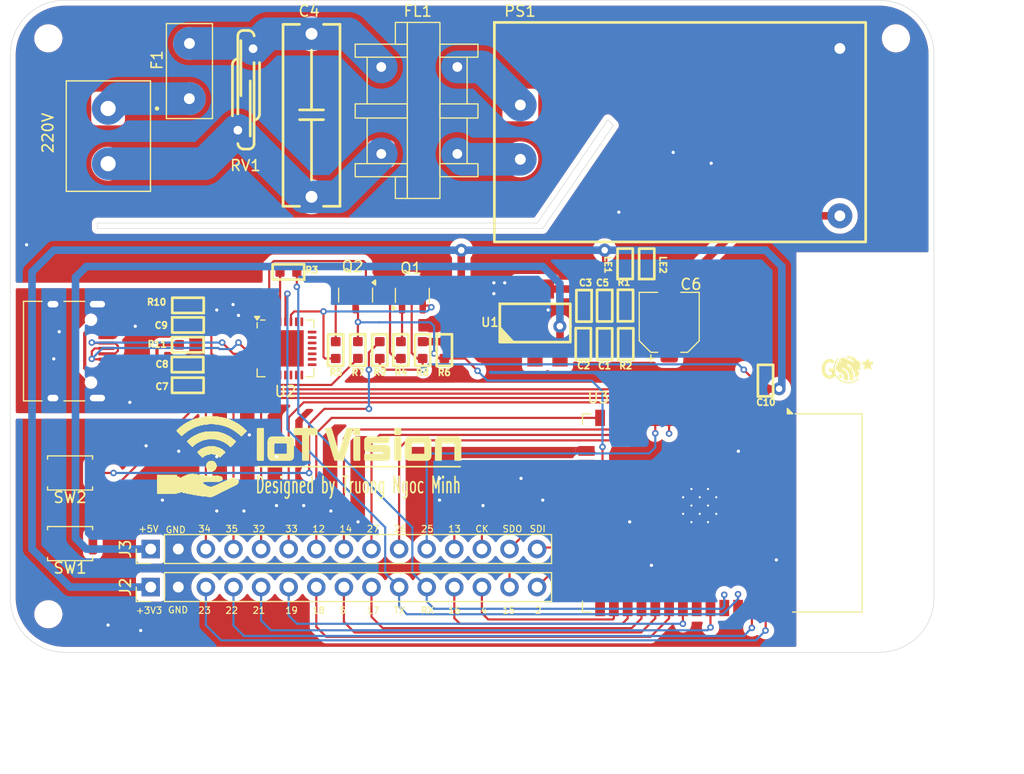
<source format=kicad_pcb>
(kicad_pcb (version 20240108) (generator "pcbnew") (generator_version "8.0")
  (title_block (title "Khối Mạch ESP32") (date "2025-02-28") (rev "...") (company "Trương Ngọc Minh") (comment 1 "MSSV: 22161286") (comment 2 "Ngành Công Nghệ Kĩ Thuật Điện Tử Viễn Thông"))
  (layers (0 "F.Cu" signal) (31 "B.Cu" signal) (34 "B.Paste" user) (35 "F.Paste" user) (36 "B.SilkS" user "B.Silkscreen") (37 "F.SilkS" user "F.Silkscreen") (38 "B.Mask" user) (39 "F.Mask" user) (44 "Edge.Cuts" user))
  (net 0 "")
  (net 1 "+5V")
  (net 2 "GND")
  (net 3 "+3V3")
  (net 4 "Net-(IN1-Pin_2)")
  (net 5 "VDDUSB")
  (net 6 "Net-(U2-VDD)")
  (net 7 "GNDUSB")
  (net 8 "Net-(IN1-Pin_1)")
  (net 9 "Net-(PS1-AC{slash}L)")
  (net 10 "Net-(PS1-AC{slash}N)")
  (net 11 "/D_N")
  (net 12 "/D_P")
  (net 13 "/IO23")
  (net 14 "/IO34")
  (net 15 "/IO12")
  (net 16 "/IO13")
  (net 17 "/IO21")
  (net 18 "/IO26")
  (net 19 "/IO35")
  (net 20 "/IO25")
  (net 21 "/IO27")
  (net 22 "/IO14")
  (net 23 "/IO33")
  (net 24 "/IO22")
  (net 25 "/IO32")
  (net 26 "/SDO")
  (net 27 "/IO18")
  (net 28 "/SDI")
  (net 29 "/CLK")
  (net 30 "/IO2")
  (net 31 "/IO15")
  (net 32 "/IO5")
  (net 33 "/IO4")
  (net 34 "/RX")
  (net 35 "/IO17")
  (net 36 "/IO16")
  (net 37 "/TX")
  (net 38 "/IO19")
  (net 39 "Net-(LE1-Pad1)")
  (net 40 "Net-(LE2-Pad1)")
  (net 41 "/RTS")
  (net 42 "/EN")
  (net 43 "Net-(Q1-B)")
  (net 44 "/IO0")
  (net 45 "/DTR")
  (net 46 "Net-(Q2-B)")
  (net 47 "Net-(U2-TXD)")
  (net 48 "Net-(R7-Pad1)")
  (net 49 "Net-(R9-Pad1)")
  (net 57 "/CTS")
  (net 60 "/RI")
  (net 62 "/DCD")
  (net 63 "/ACTIVE")
  (net 67 "/DSR")
  (net 68 "/SVN")
  (net 70 "/SD2")
  (net 71 "/CMD")
  (net 72 "/SD3")
  (net 73 "/SVP")
  (net 74 "Net-(C4-Pad1)")
  (net 75 "Net-(J4-CC2)")
  (net 76 "Net-(J4-CC1)")
  (footprint "Package_DFN_QFN:QFN-28-1EP_5x5mm_P0.5mm_EP3.35x3.35mm" (layer "F.Cu") (at 115.325805 87.035954)
    (property "Reference" "U2")
    (property "Value" "CP2102N-Axx-xQFN28" (hide yes))
  )
  (footprint "IVS_FOOTPRINTS:Varistor-RV-Disc-D12mm-W3.9mm-P7.5mm" (layer "F.Cu") (at 110.940323 66.95829 90)
    (property "Reference" "RV1")
    (property "Value" "Varistor")
  )
  (footprint "Connector_PinHeader_2.54mm:PinHeader_1x15_P2.54mm_Vertical" (layer "F.Cu") (at 102.92 105.5 90)
    (property "Reference" "J3")
    (property "Value" "Conn_01x15")
  )
  (footprint "Connector_PinHeader_2.54mm:PinHeader_1x15_P2.54mm_Vertical" (layer "F.Cu") (at 102.92 109 90)
    (property "Reference" "J2")
    (property "Value" "Conn_01x15")
  )
  (footprint "IVS_FOOTPRINTS:C_0603" (layer "F.Cu") (at 106.349486 84.882542)
    (property "Reference" "C9")
    (property "Value" "100nF")
  )
  (footprint "IVS_FOOTPRINTS:R_0603" (layer "F.Cu") (at 129.945805 87.190954 90)
    (property "Reference" "R6")
    (property "Value" "12k")
  )
  (footprint "Fuse:Fuse_Littelfuse_395Series" (layer "F.Cu") (at 106.48606 58.975193 -90)
    (property "Reference" "F1")
    (property "Value" "Polyfuse")
  )
  (footprint "IVS_FOOTPRINTS:PowerSuppy-ACDC-HLK_P01" (layer "F.Cu") (at 136.937323 64.637323)
    (property "Reference" "PS1")
    (property "Value" "HLK-PM01")
  )
  (footprint "IVS_FOOTPRINTS:C-Polyester-Rect-L16.5mm-W5.0mm-P15.00mm-MKT" (layer "F.Cu") (at 117.719915 58.087022 -90)
    (property "Reference" "C4")
    (property "Value" "1uF")
  )
  (footprint "IVS_FOOTPRINTS:R_0603" (layer "F.Cu") (at 115.592935 80 180)
    (property "Reference" "R3")
    (property "Value" "470")
  )
  (footprint "IVS_FOOTPRINTS:R_0603" (layer "F.Cu") (at 146.637323 86.637323 90)
    (property "Reference" "R2")
    (property "Value" "220")
  )
  (footprint "IVS_FOOTPRINTS:R_0603" (layer "F.Cu") (at 106.351473 83.073533 180)
    (property "Reference" "R10")
    (property "Value" "5k1")
  )
  (footprint "Button_Switch_SMD:SW_Push_SPST_NO_Alps_SKRK" (layer "F.Cu") (at 95.5 105 180)
    (property "Reference" "SW1")
    (property "Value" "SW_Push")
  )
  (footprint "Package_TO_SOT_SMD:SOT-23" (layer "F.Cu") (at 127 82.156846 90)
    (property "Reference" "Q1")
    (property "Value" "SS8050")
  )
  (footprint "IVS_FOOTPRINTS:SOT233" (layer "F.Cu") (at 138.137323 84.637323)
    (property "Reference" "U1")
    (property "Value" "AMS1117")
  )
  (footprint "IVS_FOOTPRINTS:R_0603" (layer "F.Cu") (at 127.945805 87.190954 90)
    (property "Reference" "R8")
    (property "Value" "12k")
  )
  (footprint "Package_TO_SOT_SMD:SOT-23" (layer "F.Cu") (at 121.775805 82.137323 -90)
    (property "Reference" "Q2")
    (property "Value" "S8050")
  )
  (footprint "IVS_FOOTPRINTS:ACFilterChoke-UU9.8" (layer "F.Cu") (at 127.537323 65.187323 90)
    (property "Reference" "FL1" (hide yes))
    (property "Value" "Filter_EMI_LL")
  )
  (footprint "IVS_FOOTPRINTS:LoGo_IoTVision3" (layer "F.Cu") (at 117.5 97)
    (property "Reference" "REF**" (hide yes))
    (property "Value" "LOGO" (hide yes))
  )
  (footprint "IVS_FOOTPRINTS:R_0603" (layer "F.Cu") (at 106.332659 86.70467 180)
    (property "Reference" "R11")
    (property "Value" "5k1")
  )
  (footprint "IVS_FOOTPRINTS:L_0603" (layer "F.Cu") (at 146.582392 79.250612 90)
    (property "Reference" "LE1")
    (property "Value" "Led")
  )
  (footprint "IVS_FOOTPRINTS:USB_C_Receptacle_XKB_U262-16XN-4BVC11" (layer "F.Cu") (at 94.998838 87.288033 -90)
    (property "Reference" "J4" (hide yes))
    (property "Value" "USB_C_Receptacle" (hide yes))
  )
  (footprint "IVS_FOOTPRINTS:LoGo_IDF_2.5x2.5mm" (layer "F.Cu") (at 167 89)
    (property "Reference" "G***")
    (property "Value" "LOGO" (hide yes))
  )
  (footprint "MountingHole:MountingHole_2.1mm" (layer "F.Cu") (at 93.5 111.5)
    (property "Reference" "REF**" (hide yes))
    (property "Value" "MountingHole_2.1mm" (hide yes))
  )
  (footprint "RF_Module:ESP32-WROOM-32" (layer "F.Cu") (at 152.534449 102.18 -90)
    (property "Reference" "U3")
    (property "Value" "ESP32-WROOM-32")
  )
  (footprint "IVS_FOOTPRINTS:C_0603" (layer "F.Cu") (at 142.730872 86.62641 90)
    (property "Reference" "C2")
    (property "Value" "100nF")
  )
  (footprint "IVS_FOOTPRINTS:C_0603" (layer "F.Cu") (at 159.5 90 90)
    (property "Reference" "C10")
    (property "Value" "100uF")
  )
  (footprint "IVS_FOOTPRINTS:C_0603" (layer "F.Cu") (at 142.795855 83.120647 -90)
    (property "Reference" "C3")
    (property "Value" "1uF")
  )
  (footprint "IVS_FOOTPRINTS:C_0603" (layer "F.Cu") (at 106.313844 88.529645 180)
    (property "Reference" "C8")
    (property "Value" "100nF")
  )
  (footprint "IVS_FOOTPRINTS:R_0603" (layer "F.Cu") (at 119.945805 87.190954 90)
    (property "Reference" "R5")
    (property "Value" "12k")
  )
  (footprint "IVS_FOOTPRINTS:C_0603" (layer "F.Cu") (at 106.336082 90.43044)
    (property "Reference" "C7")
    (property "Value" "10uF")
  )
  (footprint "MountingHole:MountingHole_2.1mm" (layer "F.Cu") (at 171.5 111.5)
    (property "Reference" "REF**" (hide yes))
    (property "Value" "MountingHole_2.1mm" (hide yes))
  )
  (footprint "IVS_FOOTPRINTS:C_0603" (layer "F.Cu") (at 144.696052 83.105566 -90)
    (property "Reference" "C5")
    (property "Value" "100nF")
  )
  (footprint "MountingHole:MountingHole_2.1mm" (layer "F.Cu") (at 93.5 58.5)
    (property "Reference" "REF**" (hide yes))
    (property "Value" "MountingHole_2.1mm" (hide yes))
  )
  (footprint "IVS_FOOTPRINTS:R_0603" (layer "F.Cu") (at 146.611329 83.092814 90)
    (property "Reference" "R1")
    (property "Value" "220")
  )
  (footprint "Button_Switch_SMD:SW_Push_SPST_NO_Alps_SKRK" (layer "F.Cu") (at 95.5 98.5 180)
    (property "Reference" "SW2")
    (property "Value" "SW_Push" (hide yes))
  )
  (footprint "IVS_FOOTPRINTS:R_0603" (layer "F.Cu") (at 121.986512 87.186366 90)
    (property "Reference" "R7")
    (property "Value" "470")
  )
  (footprint "Capacitor_SMD:CP_Elec_5x3" (layer "F.Cu") (at 150.637323 84.637323 90)
    (property "Reference" "C6")
    (property "Value" "220uF")
  )
  (footprint "IVS_FOOTPRINTS:L_0603" (layer "F.Cu") (at 148.568416 79.255271 90)
    (property "Reference" "LE2")
    (property "Value" "Led")
  )
  (footprint "IVS_FOOTPRINTS:TerminalBlock-Vert-THT-2P-5.08mm-KF5.08" (layer "F.Cu") (at 99 67.5 -90)
    (property "Reference" "220V")
    (property "Value" "220VAC")
  )
  (footprint "IVS_FOOTPRINTS:R_0603" (layer "F.Cu") (at 124 87.190954 -90)
    (property "Reference" "R9")
    (property "Value" "470")
  )
  (footprint "IVS_FOOTPRINTS:C_0603" (layer "F.Cu") (at 144.691393 86.641491 90)
    (property "Reference" "C1")
    (property "Value" "1uF")
  )
  (footprint "MountingHole:MountingHole_2.1mm" (layer "F.Cu") (at 171.5 58.5)
    (property "Reference" "REF**" (hide yes))
    (property "Value" "MountingHole_2.1mm" (hide yes))
  )
  (footprint "IVS_FOOTPRINTS:R_0603" (layer "F.Cu") (at 125.945805 87.190954 90)
    (property "Reference" "R4")
    (property "Value" "12k")
  )
  (gr_arc (start 95 115) (mid 91.464466 113.535534) (end 90 110) (stroke (width 0.05)) (layer "Edge.Cuts"))
  (gr_arc (start 170 55) (mid 173.535534 56.464466) (end 175 60) (stroke (width 0.05)) (layer "Edge.Cuts"))
  (gr_line (start 95 55) (end 170 55) (stroke (width 0.05)) (layer "Edge.Cuts"))
  (gr_arc (start 90 60) (mid 91.464466 56.464466) (end 95 55) (stroke (width 0.05)) (layer "Edge.Cuts"))
  (gr_line (start 139 76) (end 98 76) (stroke (width 0.05)) (layer "Edge.Cuts"))
  (gr_line (start 145 66) (end 145.5 66.5) (stroke (width 0.05)) (layer "Edge.Cuts"))
  (gr_line (start 175 110) (end 175 60) (stroke (width 0.05)) (layer "Edge.Cuts"))
  (gr_line (start 145.5 66.5) (end 139 76) (stroke (width 0.05)) (layer "Edge.Cuts"))
  (gr_line (start 98 75.5) (end 98 76) (stroke (width 0.05)) (layer "Edge.Cuts"))
  (gr_line (start 95 115) (end 170 115) (stroke (width 0.05)) (layer "Edge.Cuts"))
  (gr_line (start 138.5 75.5) (end 145 66) (stroke (width 0.05)) (layer "Edge.Cuts"))
  (gr_arc (start 175 110) (mid 173.535534 113.535534) (end 170 115) (stroke (width 0.05)) (layer "Edge.Cuts"))
  (gr_line (start 98 75.5) (end 138.5 75.5) (stroke (width 0.05)) (layer "Edge.Cuts"))
  (gr_line (start 90 60) (end 90 110) (stroke (width 0.05)) (layer "Edge.Cuts"))
  (gr_text "19" (at 115.24 111.5 0) (layer "F.SilkS") (effects (font (size 0.6 0.6) (thickness 0.1)) (justify left bottom)))
  (gr_text "22" (at 109.74 111.5 0) (layer "F.SilkS") (effects (font (size 0.6 0.6) (thickness 0.1)) (justify left bottom)))
  (gr_text "TX" (at 125.24 111.5 0) (layer "F.SilkS") (effects (font (size 0.6 0.6) (thickness 0.1)) (justify left bottom)))
  (gr_text "33" (at 115.24 104 0) (layer "F.SilkS") (effects (font (size 0.6 0.6) (thickness 0.1)) (justify left bottom)))
  (gr_text "14" (at 120.24 104 0) (layer "F.SilkS") (effects (font (size 0.6 0.6) (thickness 0.1)) (justify left bottom)))
  (gr_text "GND" (at 104.24 104.077497 0) (layer "F.SilkS") (effects (font (size 0.6 0.6) (thickness 0.1)) (justify left bottom)))
  (gr_text "17" (at 122.74 111.5 0) (layer "F.SilkS") (effects (font (size 0.6 0.6) (thickness 0.1)) (justify left bottom)))
  (gr_text "23" (at 107.24 111.5 0) (layer "F.SilkS") (effects (font (size 0.6 0.6) (thickness 0.1)) (justify left bottom)))
  (gr_text "SDI\n" (at 137.74 104 0) (layer "F.SilkS") (effects (font (size 0.6 0.6) (thickness 0.1)) (justify left bottom)))
  (gr_text "4" (at 133.24 111.5 0) (layer "F.SilkS") (effects (font (size 0.6 0.6) (thickness 0.1)) (justify left bottom)))
  (gr_text "21" (at 112.24 111.5 0) (layer "F.SilkS") (effects (font (size 0.6 0.6) (thickness 0.1)) (justify left bottom)))
  (gr_text "34" (at 107.24 104 0) (layer "F.SilkS") (effects (font (size 0.6 0.6) (thickness 0.1)) (justify left bottom)))
  (gr_text "18" (at 117.74 111.5 0) (layer "F.SilkS") (effects (font (size 0.6 0.6) (thickness 0.1)) (justify left bottom)))
  (gr_text "16" (at 130.24 111.5 0) (layer "F.SilkS") (effects (font (size 0.6 0.6) (thickness 0.1)) (justify left bottom)))
  (gr_text "12" (at 117.74 104 0) (layer "F.SilkS") (effects (font (size 0.6 0.6) (thickness 0.1)) (justify left bottom)))
  (gr_text "RX" (at 127.74 111.5 0) (layer "F.SilkS") (effects (font (size 0.6 0.6) (thickness 0.1)) (justify left bottom)))
  (gr_text "32" (at 112.24 104 0) (layer "F.SilkS") (effects (font (size 0.6 0.6) (thickness 0.1)) (justify left bottom)))
  (gr_text "25" (at 127.74 104 0) (layer "F.SilkS") (effects (font (size 0.6 0.6) (thickness 0.1)) (justify left bottom)))
  (gr_text "CK\n" (at 132.74 104 0) (layer "F.SilkS") (effects (font (size 0.6 0.6) (thickness 0.1)) (justify left bottom)))
  (gr_text "5" (at 120.24 111.5 0) (layer "F.SilkS") (effects (font (size 0.6 0.6) (thickness 0.1)) (justify left bottom)))
  (gr_text "26" (at 125.24 104 0) (layer "F.SilkS") (effects (font (size 0.6 0.6) (thickness 0.1)) (justify left bottom)))
  (gr_text "2" (at 138.24 111.5 0) (layer "F.SilkS") (effects (font (size 0.6 0.6) (thickness 0.1)) (justify left bottom)))
  (gr_text "+5V" (at 101.74 104 0) (layer "F.SilkS") (effects (font (size 0.6 0.6) (thickness 0.1)) (justify left bottom)))
  (gr_text "35" (at 109.74 104 0) (layer "F.SilkS") (effects (font (size 0.6 0.6) (thickness 0.1)) (justify left bottom)))
  (gr_text "+3V3" (at 101.504064 111.5 0) (layer "F.SilkS") (effects (font (size 0.6 0.6) (thickness 0.1)) (justify left bottom)))
  (gr_text "GND\n" (at 104.457566 111.461251 0) (layer "F.SilkS") (effects (font (size 0.6 0.6) (thickness 0.1)) (justify left bottom)))
  (gr_text "27" (at 122.74 104 0) (layer "F.SilkS") (effects (font (size 0.6 0.6) (thickness 0.1)) (justify left bottom)))
  (gr_text "15" (at 135.24 111.5 0) (layer "F.SilkS") (effects (font (size 0.6 0.6) (thickness 0.1)) (justify left bottom)))
  (gr_text "SDO" (at 135.24 104 0) (layer "F.SilkS") (effects (font (size 0.6 0.6) (thickness 0.1)) (justify left bottom)))
  (gr_text "13" (at 130.24 104 0) (layer "F.SilkS") (effects (font (size 0.6 0.6) (thickness 0.1)) (justify left bottom)))
  (segment (start 153.637323 79.307347) (end 158.107347 74.837323) (width 0.7) (layer "F.Cu") (net 1))
  (segment (start 158.107347 74.837323) (end 166.337323 74.837323) (width 0.7) (layer "F.Cu") (net 1))
  (segment (start 146.637323 87.412323) (end 144.695561 87.412323) (width 0.7) (layer "F.Cu") (net 1))
  (segment (start 142.730872 87.40141) (end 141.008236 87.40141) (width 0.7) (layer "F.Cu") (net 1))
  (segment (start 144.695561 87.412323) (end 144.691393 87.416491) (width 0.7) (layer "F.Cu") (net 1))
  (segment (start 144.691393 87.416491) (end 142.745953 87.416491) (width 0.7) (layer "F.Cu") (net 1))
  (segment (start 140.587323 85.014248) (end 140.587323 87.822323) (width 0.7) (layer "F.Cu") (net 1))
  (segment (start 153.637323 86.137323) (end 153.637323 79.307347) (width 0.7) (layer "F.Cu") (net 1))
  (segment (start 150.637323 86.837323) (end 152.937323 86.837323) (width 0.7) (layer "F.Cu") (net 1))
  (segment (start 152.937323 86.837323) (end 153.637323 86.137323) (width 0.7) (layer "F.Cu") (net 1))
  (segment (start 140.573075 85) (end 140.587323 85.014248) (width 0.7) (layer "F.Cu") (net 1))
  (segment (start 141.008236 87.40141) (end 140.587323 87.822323) (width 0.7) (layer "F.Cu") (net 1))
  (segment (start 146.637323 87.412323) (end 150.062323 87.412323) (width 0.7) (layer "F.Cu") (net 1))
  (segment (start 150.062323 87.412323) (end 150.637323 86.837323) (width 0.7) (layer "F.Cu") (net 1))
  (segment (start 142.745953 87.416491) (end 142.730872 87.40141) (width 0.7) (layer "F.Cu") (net 1))
  (via (at 140.573075 85) (size 1.2) (drill 0.6) (layers "F.Cu" "B.Cu") (net 1))
  (segment (start 96 104.5) (end 97 105.5) (width 0.7) (layer "B.Cu") (net 1))
  (segment (start 97 79.5) (end 96 80.5) (width 0.7) (layer "B.Cu") (net 1))
  (segment (start 140.573075 85) (end 140.573075 81.073075) (width 0.7) (layer "B.Cu") (net 1))
  (segment (start 140.573075 81.073075) (end 139 79.5) (width 0.7) (layer "B.Cu") (net 1))
  (segment (start 97 105.5) (end 102.92 105.5) (width 0.7) (layer "B.Cu") (net 1))
  (segment (start 96 80.5) (end 96 104.5) (width 0.7) (layer "B.Cu") (net 1))
  (segment (start 139 79.5) (end 97 79.5) (width 0.7) (layer "B.Cu") (net 1))
  (via (at 99 112.5) (size 0.6) (drill 0.3) (layers "F.Cu" "B.Cu") (net 2))
  (via (at 112 95) (size 0.6) (drill 0.3) (layers "F.Cu" "B.Cu") (net 2))
  (via (at 117 101.5) (size 0.6) (drill 0.3) (layers "F.Cu" "B.Cu") (net 2))
  (via (at 137 99) (size 0.6) (drill 0.3) (layers "F.Cu" "B.Cu") (net 2))
  (via (at 139.5 83.5) (size 0.6) (drill 0.3) (layers "F.Cu" "B.Cu") (net 2))
  (via (at 104 101) (size 0.6) (drill 0.3) (layers "F.Cu" "B.Cu") (net 2))
  (via (at 129.5 101) (size 0.6) (drill 0.3) (layers "F.Cu" "B.Cu") (net 2))
  (via (at 102.5 96) (size 0.6) (drill 0.3) (layers "F.Cu" "B.Cu") (net 2))
  (via (at 109 102) (size 0.6) (drill 0.3) (layers "F.Cu" "B.Cu") (net 2))
  (via (at 146 74.5) (size 0.6) (drill 0.3) (layers "F.Cu" "B.Cu") (net 2))
  (via (at 129.5 99) (size 0.6) (drill 0.3) (layers "F.Cu" "B.Cu") (net 2))
  (via (at 91.5 77.5) (size 0.6) (drill 0.3) (layers "F.Cu" "B.Cu") (net 2))
  (via (at 109 97) (size 0.6) (drill 0.3) (layers "F.Cu" "B.Cu") (net 2))
  (via (at 105.5 96.5) (size 0.6) (drill 0.3) (layers "F.Cu" "B.Cu") (net 2))
  (via (at 154.5 70) (size 0.6) (drill 0.3) (layers "F.Cu" "B.Cu") (net 2))
  (via (at 151 69) (size 0.6) (drill 0.3) (layers "F.Cu" "B.Cu") (net 2))
  (via (at 111.5 102) (size 0.6) (drill 0.3) (layers "F.Cu" "B.Cu") (net 2))
  (via (at 119.5 102) (size 0.6) (drill 0.3) (layers "F.Cu" "B.Cu") (net 2))
  (via (at 102 113) (size 0.6) (drill 0.3) (layers "F.Cu" "B.Cu") (net 2))
  (via (at 134.5 82) (size 0.6) (drill 0.3) (layers "F.Cu" "B.Cu") (net 2))
  (via (at 139 101) (size 0.6) (drill 0.3) (layers "F.Cu" "B.Cu") (net 2))
  (via (at 147 103) (size 0.6) (drill 0.3) (layers "F.Cu" "B.Cu") (net 2))
  (via (at 157 96.5) (size 0.6) (drill 0.3) (layers "F.Cu" "B.Cu") (net 2))
  (via (at 114.5 101.5) (size 0.6) (drill 0.3) (layers "F.Cu" "B.Cu") (net 2))
  (via (at 114.5 97) (size 0.6) (drill 0.3) (layers "F.Cu" "B.Cu") (net 2))
  (via (at 160.5 106.5) (size 0.6) (drill 0.3) (layers "F.Cu" "B.Cu") (net 2))
  (via (at 133.5 101.5) (size 0.6) (drill 0.3) (layers "F.Cu" "B.Cu") (net 2))
  (via (at 134.5 81) (size 0.6) (drill 0.3) (layers "F.Cu" "B.Cu") (net 2))
  (via (at 149 107) (size 0.6) (drill 0.3) (layers "F.Cu" "B.Cu") (net 2))
  (via (at 135.5 81) (size 0.6) (drill 0.3) (layers "F.Cu" "B.Cu") (net 2))
  (via (at 122 103) (size 0.6) (drill 0.3) (layers "F.Cu" "B.Cu") (net 2))
  (segment (start 142.795855 82.345647) (end 144.680971 82.345647) (width 0.7) (layer "F.Cu") (net 3))
  (segment (start 142.022531 81.572323) (end 142.795855 82.345647) (width 0.7) (layer "F.Cu") (net 3))
  (segment (start 131.5 85.5) (end 130.584046 86.415954) (width 0.7) (layer "F.Cu") (net 3))
  (segment (start 160.725 90.775) (end 159.5 90.775) (width 0.7) (layer "F.Cu") (net 3))
  (segment (start 159.5 90.775) (end 159.5 93.415551) (width 0.7) (layer "F.Cu") (net 3))
  (segment (start 130.584046 86.415954) (end 129.945805 86.415954) (width 0.7) (layer "F.Cu") (net 3))
  (segment (start 144.680971 82.345647) (end 144.696052 82.330566) (width 0.7) (layer "F.Cu") (net 3))
  (segment (start 159.5 93.415551) (end 159.514449 93.43) (width 0.7) (layer "F.Cu") (net 3))
  (segment (start 144.696052 82.330566) (end 145.074081 82.330566) (width 0.5) (layer "F.Cu") (net 3))
  (segment (start 129.945805 86.415954) (end 127.945805 86.415954) (width 0.7) (layer "F.Cu") (net 3))
  (segment (start 138.287323 81.572323) (end 138.287323 87.822323) (width 0.7) (layer "F.Cu") (net 3))
  (segment (start 145.074081 82.330566) (end 146.611329 83.867814) (width 0.5) (layer "F.Cu") (net 3))
  (segment (start 131.5 78) (end 131.5 85.5) (width 0.7) (layer "F.Cu") (net 3))
  (segment (start 138.287323 81.572323) (end 138.287323 82.987323) (width 0.7) (layer "F.Cu") (net 3))
  (segment (start 138.287323 81.572323) (end 142.022531 81.572323) (width 0.7) (layer "F.Cu") (net 3))
  (segment (start 127.942005 86.412154) (end 127.945805 86.415954) (width 0.2) (layer "F.Cu") (net 3))
  (segment (start 160.75 90.75) (end 160.725 90.775) (width 0.7) (layer "F.Cu") (net 3))
  (segment (start 144.696052 78) (end 144.696052 82.330566) (width 0.5) (layer "F.Cu") (net 3))
  (via (at 131.5 78) (size 1.2) (drill 0.6) (layers "F.Cu" "B.Cu") (net 3))
  (via (at 144.696052 78) (size 1.2) (drill 0.6) (layers "F.Cu" "B.Cu") (net 3))
  (via (at 160.75 90.75) (size 1.2) (drill 0.6) (layers "F.Cu" "B.Cu") (net 3))
  (segment (start 92 80) (end 92 105.5) (width 0.7) (layer "B.Cu") (net 3))
  (segment (start 159.5 78) (end 144.696052 78) (width 0.7) (layer "B.Cu") (net 3))
  (segment (start 160.75 90.75) (end 161 90.5) (width 0.7) (layer "B.Cu") (net 3))
  (segment (start 131.5 78) (end 94 78) (width 0.7) (layer "B.Cu") (net 3))
  (segment (start 144.696052 78) (end 131.5 78) (width 0.7) (layer "B.Cu") (net 3))
  (segment (start 161 90.5) (end 161 79.5) (width 0.7) (layer "B.Cu") (net 3))
  (segment (start 161 79.5) (end 159.5 78) (width 0.7) (layer "B.Cu") (net 3))
  (segment (start 95.5 109) (end 102.92 109) (width 0.7) (layer "B.Cu") (net 3))
  (segment (start 92 105.5) (end 95.5 109) (width 0.7) (layer "B.Cu") (net 3))
  (segment (start 94 78) (end 92 80) (width 0.7) (layer "B.Cu") (net 3))
  (segment (start 117.719915 73.087022) (end 120.187624 73.087022) (width 3) (layer "B.Cu") (net 4))
  (segment (start 120.187624 73.087022) (end 124.137323 69.137323) (width 3) (layer "B.Cu") (net 4))
  (segment (start 107.858613 70.04) (end 110.940323 66.95829) (width 3) (layer "B.Cu") (net 4))
  (segment (start 99 70.04) (end 107.858613 70.04) (width 3) (layer "B.Cu") (net 4))
  (segment (start 117.069055 73.087022) (end 110.940323 66.95829) (width 3) (layer "B.Cu") (net 4))
  (segment (start 117.719915 73.087022) (end 117.069055 73.087022) (width 3) (layer "B.Cu") (net 4))
  (segment (start 97.376967 85.123033) (end 97.724143 85.123033) (width 0.3) (layer "F.Cu") (net 5))
  (segment (start 97.724143 89.453033) (end 97.453033 89.453033) (width 0.3) (layer "F.Cu") (net 5))
  (segment (start 97.724143 85.123033) (end 98.109143 84.738033) (width 0.3) (layer "F.Cu") (net 5))
  (segment (start 98.109143 84.738033) (end 98.848838 84.738033) (width 0.3) (layer "F.Cu") (net 5))
  (segment (start 107.976664 88.535954) (end 112.875805 88.535954) (width 0.3) (layer "F.Cu") (net 5))
  (segment (start 107.088844 88.529645) (end 107.970355 88.529645) (width 0.3) (layer "F.Cu") (net 5))
  (segment (start 107.970355 88.529645) (end 107.976664 88.535954) (width 0.3) (layer "F.Cu") (net 5))
  (segment (start 96.85 88.85) (end 96.85 85.65) (width 0.3) (layer "F.Cu") (net 5))
  (segment (start 98.109143 89.838033) (end 97.724143 89.453033) (width 0.3) (layer "F.Cu") (net 5))
  (segment (start 98.848838 89.838033) (end 98.109143 89.838033) (width 0.3) (layer "F.Cu") (net 5))
  (segment (start 104.968675 89.838033) (end 105.561082 90.43044) (width 0.3) (layer "F.Cu") (net 5))
  (segment (start 105.561082 90.43044) (end 105.561082 90.057407) (width 0.3) (layer "F.Cu") (net 5))
  (segment (start 105.561082 90.057407) (end 107.088844 88.529645) (width 0.3) (layer "F.Cu") (net 5))
  (segment (start 98.848838 89.838033) (end 104.968675 89.838033) (width 0.3) (layer "F.Cu") (net 5))
  (segment (start 112.875805 88.535954) (end 113.825805 89.485954) (width 0.2) (layer "F.Cu") (net 5))
  (segment (start 112.875805 88.535954) (end 112.738692 88.535954) (width 0.2) (layer "F.Cu") (net 5))
  (segment (start 96.85 85.65) (end 97.376967 85.123033) (width 0.3) (layer "F.Cu") (net 5))
  (segment (start 97.453033 89.453033) (end 96.85 88.85) (width 0.3) (layer "F.Cu") (net 5))
  (segment (start 107.124486 84.882542) (end 107.882542 84.882542) (width 0.2) (layer "F.Cu") (net 6))
  (segment (start 109.035954 88.035954) (end 112.875805 88.035954) (width 0.2) (layer "F.Cu") (net 6))
  (segment (start 107.882542 84.882542) (end 108.5 85.5) (width 0.2) (layer "F.Cu") (net 6))
  (segment (start 108.5 85.5) (end 108.5 87.5) (width 0.2) (layer "F.Cu") (net 6))
  (segment (start 108.5 87.5) (end 109.035954 88.035954) (width 0.2) (layer "F.Cu") (net 6))
  (segment (start 98.848838 90.338033) (end 98.848838 90.638033) (width 0.2) (layer "F.Cu") (net 7))
  (segment (start 111.5 85.574535) (end 111.5 85.5) (width 0.2) (layer "F.Cu") (net 7))
  (segment (start 112.875805 86.535954) (end 114.825805 86.535954) (width 0.2) (layer "F.Cu") (net 7))
  (segment (start 112.875805 86.535954) (end 112.461419 86.535954) (width 0.2) (layer "F.Cu") (net 7))
  (segment (start 98.848838 83.938033) (end 98.848838 84.238033) (width 0.2) (layer "F.Cu") (net 7))
  (segment (start 112.461419 86.535954) (end 111.5 85.574535) (width 0.2) (layer "F.Cu") (net 7))
  (segment (start 114.825805 86.535954) (end 115.325805 87.035954) (width 0.2) (layer "F.Cu") (net 7))
  (via (at 110.5 83) (size 0.6) (drill 0.3) (layers "F.Cu" "B.Cu") (net 7))
  (via (at 101.5 85) (size 0.6) (drill 0.3) (layers "F.Cu" "B.Cu") (net 7))
  (via (at 94.5 85.5) (size 0.6) (drill 0.3) (layers "F.Cu" "B.Cu") (net 7))
  (via (at 94 88) (size 0.6) (drill 0.3) (layers "F.Cu" "B.Cu") (net 7))
  (via (at 109 83.5) (size 0.6) (drill 0.3) (layers "F.Cu" "B.Cu") (net 7))
  (via (at 101 92) (size 0.6) (drill 0.3) (layers "F.Cu" "B.Cu") (net 7))
  (via (at 111 84) (size 0.6) (drill 0.3) (layers "F.Cu" "B.Cu") (net 7))
  (segment (start 99.904807 64.055193) (end 99 64.96) (width 3) (layer "B.Cu") (net 8))
  (segment (start 106.47606 64.055193) (end 99.904807 64.055193) (width 3) (layer "B.Cu") (net 8))
  (segment (start 133.437323 61.137323) (end 136.937323 64.637323) (width 3) (layer "B.Cu") (net 9))
  (segment (start 131.137323 61.137323) (end 133.437323 61.137323) (width 3) (layer "B.Cu") (net 9))
  (segment (start 136.937323 69.637323) (end 131.637323 69.637323) (width 3) (layer "B.Cu") (net 10))
  (segment (start 131.637323 69.637323) (end 131.137323 69.137323) (width 3) (layer "B.Cu") (net 10))
  (segment (start 99.631248 86.538033) (end 99.898838 86.805623) (width 0.2) (layer "F.Cu") (net 11))
  (segment (start 98.848838 86.538033) (end 99.631248 86.538033) (width 0.2) (layer "F.Cu") (net 11))
  (segment (start 99.898838 86.805623) (end 99.898838 87.270443) (width 0.2) (layer "F.Cu") (net 11))
  (segment (start 109.5 86.5) (end 110.535954 87.535954) (width 0.2) (layer "F.Cu") (net 11))
  (segment (start 112.873726 87.538033) (end 112.875805 87.535954) (width 0.2) (layer "F.Cu") (net 11))
  (segment (start 98.848838 86.538033) (end 97.538033 86.538033) (width 0.2) (layer "F.Cu") (net 11))
  (segment (start 110.535954 87.535954) (end 112.875805 87.535954) (width 0.2) (layer "F.Cu") (net 11))
  (segment (start 99.631248 87.538033) (end 98.848838 87.538033) (width 0.2) (layer "F.Cu") (net 11))
  (segment (start 97.538033 86.538033) (end 97.5 86.5) (width 0.2) (layer "F.Cu") (net 11))
  (segment (start 99.898838 87.270443) (end 99.631248 87.538033) (width 0.2) (layer "F.Cu") (net 11))
  (via (at 97.5 86.5) (size 0.6) (drill 0.3) (layers "F.Cu" "B.Cu") (net 11))
  (via (at 109.5 86.5) (size 0.6) (drill 0.3) (layers "F.Cu" "B.Cu") (net 11))
  (segment (start 97.5 86.5) (end 109.5 86.5) (width 0.2) (layer "B.Cu") (net 11))
  (segment (start 111 86.5) (end 111.535954 87.035954) (width 0.2) (layer "F.Cu") (net 12))
  (segment (start 111.535954 87.035954) (end 112.875805 87.035954) (width 0.2) (layer "F.Cu") (net 12))
  (segment (start 112.873726 87.038033) (end 112.875805 87.035954) (width 0.2) (layer "F.Cu") (net 12))
  (segment (start 97.5 88) (end 97.5 87.305623) (width 0.2) (layer "F.Cu") (net 12))
  (segment (start 97.5 88) (end 97.538033 88.038033) (width 0.2) (layer "F.Cu") (net 12))
  (segment (start 97.538033 88.038033) (end 98.848838 88.038033) (width 0.2) (layer "F.Cu") (net 12))
  (segment (start 97.5 87.305623) (end 97.76759 87.038033) (width 0.2) (layer "F.Cu") (net 12))
  (segment (start 97.76759 87.038033) (end 98.848838 87.038033) (width 0.2) (layer "F.Cu") (net 12))
  (via (at 97.5 88) (size 0.6) (drill 0.3) (layers "F.Cu" "B.Cu") (net 12))
  (via (at 111 86.5) (size 0.6) (drill 0.3) (layers "F.Cu" "B.Cu") (net 12))
  (segment (start 109.251471 87.1) (end 109.151471 87) (width 0.2) (layer "B.Cu") (net 12))
  (segment (start 109.151471 87) (end 98.5 87) (width 0.2) (layer "B.Cu") (net 12))
  (segment (start 98.5 87) (end 97.5 88) (width 0.2) (layer "B.Cu") (net 12))
  (segment (start 111 86.5) (end 110.4 87.1) (width 0.2) (layer "B.Cu") (net 12))
  (segment (start 110.4 87.1) (end 109.251471 87.1) (width 0.2) (layer "B.Cu") (net 12))
  (segment (start 159.514449 110.93) (end 159.514449 112.985551) (width 0.2) (layer "F.Cu") (net 13))
  (segment (start 159.514449 112.985551) (end 159.5 113) (width 0.2) (layer "F.Cu") (net 13))
  (via (at 159.5 113) (size 0.6) (drill 0.3) (layers "F.Cu" "B.Cu") (net 13))
  (segment (start 108 112.5) (end 108 109) (width 0.2) (layer "B.Cu") (net 13))
  (segment (start 158.6 113.9) (end 109.4 113.9) (width 0.2) (layer "B.Cu") (net 13))
  (segment (start 109.4 113.9) (end 108 112.5) (width 0.2) (layer "B.Cu") (net 13))
  (segment (start 159.5 113) (end 158.6 113.9) (width 0.2) (layer "B.Cu") (net 13))
  (segment (start 154.434449 93.43) (end 154.434449 92.48) (width 0.2) (layer "F.Cu") (net 14))
  (segment (start 154.434449 92.48) (end 152.754449 90.8) (width 0.2) (layer "F.Cu") (net 14))
  (segment (start 109.2 90.8) (end 108 92) (width 0.2) (layer "F.Cu") (net 14))
  (segment (start 108 92) (end 108 105.5) (width 0.2) (layer "F.Cu") (net 14))
  (segment (start 152.754449 90.8) (end 109.2 90.8) (width 0.2) (layer "F.Cu") (net 14))
  (segment (start 119.57 93.43) (end 144.274449 93.43) (width 0.2) (layer "F.Cu") (net 15))
  (segment (start 118.16 94.84) (end 119.57 93.43) (width 0.2) (layer "F.Cu") (net 15))
  (segment (start 118.16 105.5) (end 118.16 94.84) (width 0.2) (layer "F.Cu") (net 15))
  (segment (start 143.024449 97.74) (end 131.26 97.74) (width 0.2) (layer "F.Cu") (net 16))
  (segment (start 130.86 98.14) (end 130.86 105.5) (width 0.2) (layer "F.Cu") (net 16))
  (segment (start 131.26 97.74) (end 130.86 98.14) (width 0.2) (layer "F.Cu") (net 16))
  (segment (start 154.441466 112.712469) (end 154.434449 112.705452) (width 0.2) (layer "F.Cu") (net 17))
  (segment (start 154.434449 112.705452) (end 154.434449 110.93) (width 0.2) (layer "F.Cu") (net 17))
  (via (at 154.441466 112.712469) (size 0.6) (drill 0.3) (layers "F.Cu" "B.Cu") (net 17))
  (segment (start 154.176136 112.977799) (end 113.977799 112.977799) (width 0.2) (layer "B.Cu") (net 17))
  (segment (start 113.977799 112.977799) (end 113.08 112.08) (width 0.2) (layer "B.Cu") (net 17))
  (segment (start 113.08 112.08) (end 113.08 109) (width 0.2) (layer "B.Cu") (net 17))
  (segment (start 154.441466 112.712469) (end 154.176136 112.977799) (width 0.2) (layer "B.Cu") (net 17))
  (segment (start 148.084449 94.38) (end 146.964449 95.5) (width 0.2) (layer "F.Cu") (net 18))
  (segment (start 125.78 96.22) (end 125.78 105.5) (width 0.2) (layer "F.Cu") (net 18))
  (segment (start 126.5 95.5) (end 125.78 96.22) (width 0.2) (layer "F.Cu") (net 18))
  (segment (start 148.084449 93.43) (end 148.084449 94.38) (width 0.2) (layer "F.Cu") (net 18))
  (segment (start 146.964449 95.5) (end 126.5 95.5) (width 0.2) (layer "F.Cu") (net 18))
  (segment (start 153.164449 93.43) (end 153.164449 92.48) (width 0.2) (layer "F.Cu") (net 19))
  (segment (start 110.54 91.96) (end 110.54 105.5) (width 0.2) (layer "F.Cu") (net 19))
  (segment (start 151.884449 91.2) (end 111.3 91.2) (width 0.2) (layer "F.Cu") (net 19))
  (segment (start 111.3 91.2) (end 110.54 91.96) (width 0.2) (layer "F.Cu") (net 19))
  (segment (start 153.164449 92.48) (end 151.884449 91.2) (width 0.2) (layer "F.Cu") (net 19))
  (segment (start 149.354449 94.846063) (end 149.354449 93.43) (width 0.2) (layer "F.Cu") (net 20))
  (via (at 149.354449 94.846063) (size 0.6) (drill 0.3) (layers "F.Cu" "B.Cu") (net 20))
  (segment (start 148.8 96.7) (end 128.8 96.7) (width 0.2) (layer "B.Cu") (net 20))
  (segment (start 149.354449 94.846063) (end 149.354449 96.145551) (width 0.2) (layer "B.Cu") (net 20))
  (segment (start 128.32 97.18) (end 128.32 105.5) (width 0.2) (layer "B.Cu") (net 20))
  (segment (start 149.354449 96.145551) (end 148.8 96.7) (width 0.2) (layer "B.Cu") (net 20))
  (segment (start 128.8 96.7) (end 128.32 97.18) (width 0.2) (layer "B.Cu") (net 20))
  (segment (start 124 95) (end 123.24 95.76) (width 0.2) (layer "F.Cu") (net 21))
  (segment (start 146.814449 94.38) (end 146.194449 95) (width 0.2) (layer "F.Cu") (net 21))
  (segment (start 146.194449 95) (end 124 95) (width 0.2) (layer "F.Cu") (net 21))
  (segment (start 123.24 95.76) (end 123.24 105.5) (width 0.2) (layer "F.Cu") (net 21))
  (segment (start 146.814449 93.43) (end 146.814449 94.38) (width 0.2) (layer "F.Cu") (net 21))
  (segment (start 120.7 95.3) (end 120.7 105.5) (width 0.2) (layer "F.Cu") (net 22))
  (segment (start 121.5 94.5) (end 120.7 95.3) (width 0.2) (layer "F.Cu") (net 22))
  (segment (start 145.544449 94.38) (end 145.424449 94.5) (width 0.2) (layer "F.Cu") (net 22))
  (segment (start 145.424449 94.5) (end 121.5 94.5) (width 0.2) (layer "F.Cu") (net 22))
  (segment (start 145.544449 93.43) (end 145.544449 94.38) (width 0.2) (layer "F.Cu") (net 22))
  (segment (start 150.624449 92.624449) (end 150.624449 93.43) (width 0.2) (layer "F.Cu") (net 23))
  (segment (start 150 92) (end 150.624449 92.624449) (width 0.2) (layer "F.Cu") (net 23))
  (segment (start 115.62 105.5) (end 115.62 93.38) (width 0.2) (layer "F.Cu") (net 23))
  (segment (start 115.62 93.38) (end 117 92) (width 0.2) (layer "F.Cu") (net 23))
  (segment (start 117 92) (end 150 92) (width 0.2) (layer "F.Cu") (net 23))
  (segment (start 150.624449 94.875551) (end 150.624449 93.43) (width 0.2) (layer "F.Cu") (net 23))
  (via (at 150.624449 94.875551) (size 0.6) (drill 0.3) (layers "F.Cu" "B.Cu") (net 23))
  (segment (start 158.244449 112.755551) (end 158.244449 110.93) (width 0.2) (layer "F.Cu") (net 24))
  (via (at 158.244449 112.755551) (size 0.6) (drill 0.3) (layers "F.Cu" "B.Cu") (net 24))
  (segment (start 111.5 113.5) (end 110.54 112.54) (width 0.2) (layer "B.Cu") (net 24))
  (segment (start 158.244449 112.755551) (end 157.5 113.5) (width 0.2) (layer "B.Cu") (net 24))
  (segment (start 110.54 112.54) (end 110.54 109) (width 0.2) (layer "B.Cu") (net 24))
  (segment (start 157.5 113.5) (end 111.5 113.5) (width 0.2) (layer "B.Cu") (net 24))
  (segment (start 151.894449 93.43) (end 151.894449 92.9) (width 0.2) (layer "F.Cu") (net 25))
  (segment (start 151.894449 92.9) (end 150.594449 91.6) (width 0.2) (layer "F.Cu") (net 25))
  (segment (start 150.594449 91.6) (end 114.4 91.6) (width 0.2) (layer "F.Cu") (net 25))
  (segment (start 113.08 92.92) (end 113.08 105.5) (width 0.2) (layer "F.Cu") (net 25))
  (segment (start 114.4 91.6) (end 113.08 92.92) (width 0.2) (layer "F.Cu") (net 25))
  (segment (start 137.35 104.09) (end 135.94 105.5) (width 0.2) (layer "F.Cu") (net 26))
  (segment (start 143.024449 104.09) (end 137.35 104.09) (width 0.2) (layer "F.Cu") (net 26))
  (segment (start 150.624449 110.93) (end 150.624449 111.88) (width 0.2) (layer "F.Cu") (net 27))
  (segment (start 118.16 112.66) (end 118.16 109) (width 0.2) (layer "F.Cu") (net 27))
  (segment (start 148.924449 113.58) (end 119.08 113.58) (width 0.2) (layer "F.Cu") (net 27))
  (segment (start 119.08 113.58) (end 118.16 112.66) (width 0.2) (layer "F.Cu") (net 27))
  (segment (start 150.624449 111.88) (end 148.924449 113.58) (width 0.2) (layer "F.Cu") (net 27))
  (segment (start 143.024449 105.36) (end 138.62 105.36) (width 0.2) (layer "F.Cu") (net 28))
  (segment (start 138.62 105.36) (end 138.48 105.5) (width 0.2) (layer "F.Cu") (net 28))
  (segment (start 143.024449 102.82) (end 133.68 102.82) (width 0.2) (layer "F.Cu") (net 29))
  (segment (start 133.4 103.1) (end 133.4 105.5) (width 0.2) (layer "F.Cu") (net 29))
  (segment (start 133.68 102.82) (end 133.4 103.1) (width 0.2) (layer "F.Cu") (net 29))
  (segment (start 138.48 109) (end 139.58 107.9) (width 0.2) (layer "F.Cu") (net 30))
  (segment (start 139.58 107.9) (end 143.024449 107.9) (width 0.2) (layer "F.Cu") (net 30))
  (segment (start 135.94 107.56) (end 135.94 109) (width 0.2) (layer "F.Cu") (net 31))
  (segment (start 136.5 107) (end 135.94 107.56) (width 0.2) (layer "F.Cu") (net 31))
  (segment (start 143.024449 106.63) (end 142.654449 107) (width 0.2) (layer "F.Cu") (net 31))
  (segment (start 142.654449 107) (end 136.5 107) (width 0.2) (layer "F.Cu") (net 31))
  (segment (start 120.7 112.2) (end 120.7 109) (width 0.2) (layer "F.Cu") (net 32))
  (segment (start 149.354449 111.88) (end 148.054449 113.18) (width 0.2) (layer "F.Cu") (net 32))
  (segment (start 121.68 113.18) (end 120.7 112.2) (width 0.2) (layer "F.Cu") (net 32))
  (segment (start 148.054449 113.18) (end 121.68 113.18) (width 0.2) (layer "F.Cu") (net 32))
  (segment (start 149.354449 110.93) (end 149.354449 111.88) (width 0.2) (layer "F.Cu") (net 32))
  (segment (start 133.4 111.4) (end 133.4 109) (width 0.2) (layer "F.Cu") (net 33))
  (segment (start 133.98 111.98) (end 133.4 111.4) (width 0.2) (layer "F.Cu") (net 33))
  (segment (start 145.544449 111.88) (end 145.444449 111.98) (width 0.2) (layer "F.Cu") (net 33))
  (segment (start 145.444449 111.98) (end 133.98 111.98) (width 0.2) (layer "F.Cu") (net 33))
  (segment (start 145.544449 110.93) (end 145.544449 111.88) (width 0.2) (layer "F.Cu") (net 33))
  (segment (start 116.367935 81.367935) (end 116.367935 80) (width 0.2) (layer "F.Cu") (net 34))
  (segment (start 155.704449 109.704449) (end 155.704449 110.93) (width 0.2) (layer "F.Cu") (net 34))
  (via (at 155.704449 109.704449) (size 0.6) (drill 0.3) (layers "F.Cu" "B.Cu") (net 34))
  (via (at 116.367935 81.367935) (size 0.6) (drill 0.3) (layers "F.Cu" "B.Cu") (net 34))
  (segment (start 155.5 111) (end 129 111) (width 0.2) (layer "B.Cu") (net 34))
  (segment (start 129 111) (end 128.32 110.32) (width 0.2) (layer "B.Cu") (net 34))
  (segment (start 127 103.5) (end 127 107.68) (width 0.2) (layer "B.Cu") (net 34))
  (segment (start 116.5 81.5) (end 116.5 93) (width 0.2) (layer "B.Cu") (net 34))
  (segment (start 116.5 93) (end 127 103.5) (width 0.2) (layer "B.Cu") (net 34))
  (segment (start 116.367935 81.367935) (end 116.5 81.5) (width 0.2) (layer "B.Cu") (net 34))
  (segment (start 128.32 110.32) (end 128.32 109) (width 0.2) (layer "B.Cu") (net 34))
  (segment (start 127 107.68) (end 128.32 109) (width 0.2) (layer "B.Cu") (net 34))
  (segment (start 155.704449 109.704449) (end 155.7022 109.706698) (width 0.2) (layer "B.Cu") (net 34))
  (segment (start 155.7022 110.7978) (end 155.5 111) (width 0.2) (layer "B.Cu") (net 34))
  (segment (start 155.7022 109.706698) (end 155.7022 110.7978) (width 0.2) (layer "B.Cu") (net 34))
  (segment (start 124.28 112.78) (end 123.24 111.74) (width 0.2) (layer "F.Cu") (net 35))
  (segment (start 147.184449 112.78) (end 124.28 112.78) (width 0.2) (layer "F.Cu") (net 35))
  (segment (start 123.24 111.74) (end 123.24 109) (width 0.2) (layer "F.Cu") (net 35))
  (segment (start 148.084449 111.88) (end 147.184449 112.78) (width 0.2) (layer "F.Cu") (net 35))
  (segment (start 148.084449 110.93) (end 148.084449 111.88) (width 0.2) (layer "F.Cu") (net 35))
  (segment (start 130.86 111.86) (end 130.86 109) (width 0.2) (layer "F.Cu") (net 36))
  (segment (start 146.314449 112.38) (end 131.38 112.38) (width 0.2) (layer "F.Cu") (net 36))
  (segment (start 146.814449 111.88) (end 146.314449 112.38) (width 0.2) (layer "F.Cu") (net 36))
  (segment (start 131.38 112.38) (end 130.86 111.86) (width 0.2) (layer "F.Cu") (net 36))
  (segment (start 146.814449 110.93) (end 146.814449 111.88) (width 0.2) (layer "F.Cu") (net 36))
  (segment (start 156.974449 109.660867) (end 156.969792 109.65621) (width 0.2) (layer "F.Cu") (net 37))
  (segment (start 115.325805 84.585954) (end 115.325805 82.174195) (width 0.2) (layer "F.Cu") (net 37))
  (segment (start 115.325805 82.174195) (end 115.5 82) (width 0.2) (layer "F.Cu") (net 37))
  (segment (start 156.974449 110.93) (end 156.974449 109.660867) (width 0.2) (layer "F.Cu") (net 37))
  (via (at 115.5 82) (size 0.6) (drill 0.3) (layers "F.Cu" "B.Cu") (net 37))
  (via (at 156.969792 109.65621) (size 0.6) (drill 0.3) (layers "F.Cu" "B.Cu") (net 37))
  (segment (start 126.5 111.5) (end 125.78 110.78) (width 0.2) (layer "B.Cu") (net 37))
  (segment (start 124.5 107.72) (end 125.78 109) (width 0.2) (layer "B.Cu") (net 37))
  (segment (start 156.969792 110.095894) (end 155.565686 111.5) (width 0.2) (layer "B.Cu") (net 37))
  (segment (start 155.565686 111.5) (end 126.5 111.5) (width 0.2) (layer "B.Cu") (net 37))
  (segment (start 156.969792 109.65621) (end 156.969792 110.095894) (width 0.2) (layer "B.Cu") (net 37))
  (segment (start 115.5 94.5) (end 124.5 103.5) (width 0.2) (layer "B.Cu") (net 37))
  (segment (start 125.78 110.78) (end 125.78 109) (width 0.2) (layer "B.Cu") (net 37))
  (segment (start 115.5 82) (end 115.5 94.5) (width 0.2) (layer "B.Cu") (net 37))
  (segment (start 124.5 103.5) (end 124.5 107.72) (width 0.2) (layer "B.Cu") (net 37))
  (segment (start 151.894718 112.377799) (end 151.894449 112.37753) (width 0.2) (layer "F.Cu") (net 38))
  (segment (start 151.894449 112.37753) (end 151.894449 110.93) (width 0.2) (layer "F.Cu") (net 38))
  (via (at 151.894718 112.377799) (size 0.6) (drill 0.3) (layers "F.Cu" "B.Cu") (net 38))
  (segment (start 151.894718 112.377799) (end 116.377799 112.377799) (width 0.2) (layer "B.Cu") (net 38))
  (segment (start 115.62 111.62) (end 115.62 109) (width 0.2) (layer "B.Cu") (net 38))
  (segment (start 116.377799 112.377799) (end 115.62 111.62) (width 0.2) (layer "B.Cu") (net 38))
  (segment (start 146.611329 82.317814) (end 146.611329 80.046999) (width 0.2) (layer "F.Cu") (net 39))
  (segment (start 146.611329 80.046999) (end 146.612976 80.045352) (width 0.2) (layer "F.Cu") (net 39))
  (segment (start 146.637323 85.862323) (end 147.637677 85.862323) (width 0.2) (layer "F.Cu") (net 40))
  (segment (start 148.558416 84.941584) (end 148.558416 80.030271) (width 0.2) (layer "F.Cu") (net 40))
  (segment (start 147.637677 85.862323) (end 148.558416 84.941584) (width 0.2) (layer "F.Cu") (net 40))
  (segment (start 118.823033 83.637323) (end 118.823033 87.828071) (width 0.2) (layer "F.Cu") (net 41))
  (segment (start 128.75 83.25) (end 128.594346 83.094346) (width 0.2) (layer "F.Cu") (net 41))
  (segment (start 115.825805 83.948841) (end 115.825805 84.585954) (width 0.2) (layer "F.Cu") (net 41))
  (segment (start 116.137323 83.637323) (end 115.825805 83.948841) (width 0.2) (layer "F.Cu") (net 41))
  (segment (start 118.960916 87.965954) (end 119.945805 87.965954) (width 0.2) (layer "F.Cu") (net 41))
  (segment (start 128.594346 83.094346) (end 127.95 83.094346) (width 0.2) (layer "F.Cu") (net 41))
  (segment (start 118.823033 83.637323) (end 116.137323 83.637323) (width 0.2) (layer "F.Cu") (net 41))
  (segment (start 118.823033 87.828071) (end 118.960916 87.965954) (width 0.2) (layer "F.Cu") (net 41))
  (via (at 118.823033 83.637323) (size 0.6) (drill 0.3) (layers "F.Cu" "B.Cu") (net 41))
  (via (at 128.75 83.25) (size 0.6) (drill 0.3) (layers "F.Cu" "B.Cu") (net 41))
  (segment (start 128.362677 83.637323) (end 128.75 83.25) (width 0.2) (layer "B.Cu") (net 41))
  (segment (start 118.823033 83.637323) (end 128.362677 83.637323) (width 0.2) (layer "B.Cu") (net 41))
  (segment (start 158.244449 89.744449) (end 158.244449 93.43) (width 0.2) (layer "F.Cu") (net 42))
  (segment (start 124 88.5) (end 124 87.965954) (width 0.2) (layer "F.Cu") (net 42))
  (segment (start 124.5 89) (end 124 88.5) (width 0.2) (layer "F.Cu") (net 42))
  (segment (start 126.939676 87.449751) (end 127.455879 87.965954) (width 0.2) (layer "F.Cu") (net 42))
  (segment (start 128 89) (end 124.5 89) (width 0.2) (layer "F.Cu") (net 42))
  (segment (start 157.5 89) (end 158.244449 89.744449) (width 0.2) (layer "F.Cu") (net 42))
  (segment (start 128 89) (end 127.945805 88.945805) (width 0.2) (layer "F.Cu") (net 42))
  (segment (start 126.939676 81.27967) (end 126.939676 87.449751) (width 0.2) (layer "F.Cu") (net 42))
  (segment (start 127 81.219346) (end 126.939676 81.27967) (width 0.2) (layer "F.Cu") (net 42))
  (segment (start 127.945805 88.945805) (end 127.945805 87.965954) (width 0.2) (layer "F.Cu") (net 42))
  (segment (start 127.455879 87.965954) (end 127.945805 87.965954) (width 0.2) (layer "F.Cu") (net 42))
  (via (at 157.5 89) (size 0.6) (drill 0.3) (layers "F.Cu" "B.Cu") (net 42))
  (via (at 128 89) (size 0.6) (drill 0.3) (layers "F.Cu" "B.Cu") (net 42))
  (segment (start 128.5 88.5) (end 157 88.5) (width 0.2) (layer "B.Cu") (net 42))
  (segment (start 157 88.5) (end 157.5 89) (width 0.2) (layer "B.Cu") (net 42))
  (segment (start 128 89) (end 128.5 88.5) (width 0.2) (layer "B.Cu") (net 42))
  (segment (start 126.05 86.311759) (end 125.945805 86.415954) (width 0.2) (layer "F.Cu") (net 43))
  (segment (start 126.05 83.094346) (end 126.05 86.311759) (width 0.2) (layer "F.Cu") (net 43))
  (segment (start 131.865954 87.965954) (end 129.945805 87.965954) (width 0.2) (layer "F.Cu") (net 44))
  (segment (start 121.986512 86.411366) (end 121.986512 84.622608) (width 0.2) (layer "F.Cu") (net 44))
  (segment (start 129 87.5) (end 129.465954 87.965954) (width 0.2) (layer "F.Cu") (net 44))
  (segment (start 133 89.1) (end 131.865954 87.965954) (width 0.2) (layer "F.Cu") (net 44))
  (segment (start 144.5 110.704449) (end 144.274449 110.93) (width 0.2) (layer "F.Cu") (net 44))
  (segment (start 121.996566 84.612554) (end 121.996566 83.295584) (width 0.2) (layer "F.Cu") (net 44))
  (segment (start 129.945804 87.965954) (end 129.945805 87.965954) (width 0.5) (layer "F.Cu") (net 44))
  (segment (start 121.986512 84.622608) (end 121.996566 84.612554) (width 0.2) (layer "F.Cu") (net 44))
  (segment (start 121.996566 83.295584) (end 121.775805 83.074823) (width 0.2) (layer "F.Cu") (net 44))
  (segment (start 144.5 96.1) (end 144.5 110.704449) (width 0.2) (layer "F.Cu") (net 44))
  (segment (start 129.465954 87.965954) (end 129.945805 87.965954) (width 0.2) (layer "F.Cu") (net 44))
  (via (at 121.996566 84.612554) (size 0.6) (drill 0.3) (layers "F.Cu" "B.Cu") (net 44))
  (via (at 129 87.5) (size 0.6) (drill 0.3) (layers "F.Cu" "B.Cu") (net 44))
  (via (at 133 89.1) (size 0.6) (drill 0.3) (layers "F.Cu" "B.Cu") (net 44))
  (via (at 144.5 96.1) (size 0.6) (drill 0.3) (layers "F.Cu" "B.Cu") (net 44))
  (segment (start 123.950544 84.637323) (end 123.945805 84.642062) (width 0.2) (layer "B.Cu") (net 44))
  (segment (start 128.637323 84.637323) (end 123.950544 84.637323) (width 0.2) (layer "B.Cu") (net 44))
  (segment (start 144.5 96.1) (end 144.5 91) (width 0.2) (layer "B.Cu") (net 44))
  (segment (start 143.5 90) (end 133.9 90) (width 0.2) (layer "B.Cu") (net 44))
  (segment (start 133.9 90) (end 133 89.1) (width 0.2) (layer "B.Cu") (net 44))
  (segment (start 144.5 91) (end 143.5 90) (width 0.2) (layer "B.Cu") (net 44))
  (segment (start 129 85) (end 128.637323 84.637323) (width 0.2) (layer "B.Cu") (net 44))
  (segment (start 122.021335 84.637323) (end 121.996566 84.612554) (width 0.2) (layer "B.Cu") (net 44))
  (segment (start 129 87.5) (end 129 85) (width 0.2) (layer "B.Cu") (net 44))
  (segment (start 123.950544 84.637323) (end 122.021335 84.637323) (width 0.2) (layer "B.Cu") (net 44))
  (segment (start 122.725805 79.225805) (end 122.5 79) (width 0.2) (layer "F.Cu") (net 45))
  (segment (start 124.944335 81.944335) (end 124.944335 87.444335) (width 0.2) (layer "F.Cu") (net 45))
  (segment (start 122.5 79) (end 114.25 79) (width 0.2) (layer "F.Cu") (net 45))
  (segment (start 113.825805 79.424195) (end 113.825805 84.585954) (width 0.2) (layer "F.Cu") (net 45))
  (segment (start 114.25 79) (end 113.825805 79.424195) (width 0.2) (layer "F.Cu") (net 45))
  (segment (start 124.944335 87.444335) (end 125.465954 87.965954) (width 0.2) (layer "F.Cu") (net 45))
  (segment (start 125.465954 87.965954) (end 125.945805 87.965954) (width 0.2) (layer "F.Cu") (net 45))
  (segment (start 122.725805 81.199823) (end 122.725805 79.225805) (width 0.2) (layer "F.Cu") (net 45))
  (segment (start 125.945805 88.328841) (end 125.945805 87.965954) (width 0.2) (layer "F.Cu") (net 45))
  (segment (start 122.725805 81.199823) (end 124.199823 81.199823) (width 0.2) (layer "F.Cu") (net 45))
  (segment (start 124.199823 81.199823) (end 124.944335 81.944335) (width 0.2) (layer "F.Cu") (net 45))
  (segment (start 119.945805 81.554195) (end 120.300177 81.199823) (width 0.2) (layer "F.Cu") (net 46))
  (segment (start 120.300177 81.199823) (end 120.825805 81.199823) (width 0.2) (layer "F.Cu") (net 46))
  (segment (start 119.945805 86.415954) (end 119.945805 81.554195) (width 0.2) (layer "F.Cu") (net 46))
  (segment (start 114.825805 80.00787) (end 114.817935 80) (width 0.2) (layer "F.Cu") (net 47))
  (segment (start 114.825805 84.585954) (end 114.825805 80.00787) (width 0.2) (layer "F.Cu") (net 47))
  (segment (start 97.6 101.834314) (end 97.6 105) (width 0.2) (layer "F.Cu") (net 48))
  (segment (start 121.986512 87.961366) (end 119.547878 90.4) (width 0.2) (layer "F.Cu") (net 48))
  (segment (start 109.034314 90.4) (end 97.6 101.834314) (width 0.2) (layer "F.Cu") (net 48))
  (segment (start 119.547878 90.4) (end 109.034314 90.4) (width 0.2) (layer "F.Cu") (net 48))
  (segment (start 117.5 94) (end 118.9 92.6) (width 0.2) (layer "F.Cu") (net 49))
  (segment (start 123 89) (end 123 87.415954) (width 0.2) (layer "F.Cu") (net 49))
  (segment (start 118.9 92.6) (end 123 92.6) (width 0.2) (layer "F.Cu") (net 49))
  (segment (start 97.6 98.5) (end 99.5 98.5) (width 0.2) (layer "F.Cu") (net 49))
  (segment (start 123 87.415954) (end 124 86.415954) (width 0.2) (layer "F.Cu") (net 49))
  (segment (start 117.5 98.5) (end 117.5 94) (width 0.2) (layer "F.Cu") (net 49))
  (via (at 99.5 98.5) (size 0.6) (drill 0.3) (layers "F.Cu" "B.Cu") (net 49))
  (via (at 117.5 98.5) (size 0.6) (drill 0.3) (layers "F.Cu" "B.Cu") (net 49))
  (via (at 123 89) (size 0.6) (drill 0.3) (layers "F.Cu" "B.Cu") (net 49))
  (via (at 123 92.6) (size 0.6) (drill 0.3) (layers "F.Cu" "B.Cu") (net 49))
  (segment (start 123 92.6) (end 123 89) (width 0.2) (layer "B.Cu") (net 49))
  (segment (start 117.5 98.5) (end 99.5 98.5) (width 0.2) (layer "B.Cu") (net 49))
  (segment (start 117.719915 58.087022) (end 113.711591 58.087022) (width 3) (layer "B.Cu") (net 74))
  (segment (start 113.711591 58.087022) (end 112.340323 59.45829) (width 3) (layer "B.Cu") (net 74))
  (segment (start 106.48606 58.975193) (end 111.857226 58.975193) (width 3) (layer "B.Cu") (net 74))
  (segment (start 117.719915 58.087022) (end 121.087022 58.087022) (width 3) (layer "B.Cu") (net 74))
  (segment (start 121.087022 58.087022) (end 124.137323 61.137323) (width 3) (layer "B.Cu") (net 74))
  (segment (start 111.857226 58.975193) (end 112.340323 59.45829) (width 3) (layer "B.Cu") (net 74))
  (segment (start 102.961967 89.038033) (end 103.5 88.5) (width 0.3) (layer "F.Cu") (net 75))
  (segment (start 105.583366 86.81796) (end 105.619545 86.781781) (width 0.2) (layer "F.Cu") (net 75))
  (segment (start 98.848838 89.038033) (end 102.961967 89.038033) (width 0.3) (layer "F.Cu") (net 75))
  (segment (start 103.5 88.5) (end 103.5 87) (width 0.3) (layer "F.Cu") (net 75))
  (segment (start 103.79533 86.70467) (end 105.557659 86.70467) (width 0.3) (layer "F.Cu") (net 75))
  (segment (start 103.5 87) (end 103.79533 86.70467) (width 0.3) (layer "F.Cu") (net 75))
  (segment (start 98.848838 86.038033) (end 99.631248 86.038033) (width 0.2) (layer "F.Cu") (net 76))
  (segment (start 100.426467 83.073533) (end 105.576473 83.073533) (width 0.2) (layer "F.Cu") (net 76))
  (segment (start 100 83.5) (end 100.426467 83.073533) (width 0.2) (layer "F.Cu") (net 76))
  (segment (start 100 85.669281) (end 100 83.5) (width 0.2) (layer "F.Cu") (net 76))
  (segment (start 99.631248 86.038033) (end 100 85.669281) (width 0.2) (layer "F.Cu") (net 76))
  (zone (net 2) (net_name "GND") (layer "F.Cu") (priority 3) (connect_pads yes (clearance 0.5)) (min_thickness 0.25) (fill yes (thermal_gap 0.5) (thermal_bridge_width 0.5))
    (polygon (pts (xy 107.5 90.5) (xy 107.5 104) (xy 142 104) (xy 142 90)))
  )
  (zone (net 7) (net_name "GNDUSB") (layers "F&B.Cu") (priority 2) (connect_pads yes (clearance 0.5)) (min_thickness 0.25) (fill yes (thermal_gap 0.5) (thermal_bridge_width 0.5))
    (polygon (pts (xy 90 81.5) (xy 90 93) (xy 119 93) (xy 119 81.5)))
  )
  (zone (net 2) (net_name "GND") (layers "F&B.Cu") (priority 1) (connect_pads yes (clearance 0.5)) (min_thickness 0.25) (fill yes (thermal_gap 0.5) (thermal_bridge_width 0.5))
    (polygon (pts (xy 90 55) (xy 90 115) (xy 175 115) (xy 175 55)))
  )
)
</source>
